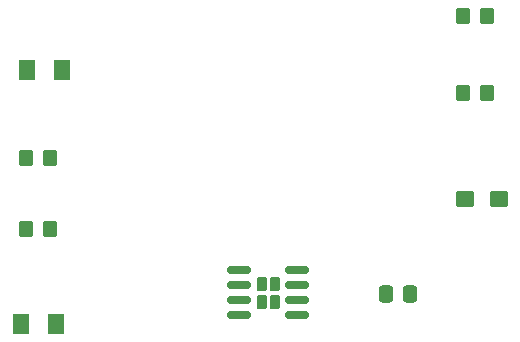
<source format=gbr>
%TF.GenerationSoftware,KiCad,Pcbnew,7.0.8*%
%TF.CreationDate,2023-10-16T22:27:31-07:00*%
%TF.ProjectId,Lab2,4c616232-2e6b-4696-9361-645f70636258,rev?*%
%TF.SameCoordinates,Original*%
%TF.FileFunction,Paste,Top*%
%TF.FilePolarity,Positive*%
%FSLAX46Y46*%
G04 Gerber Fmt 4.6, Leading zero omitted, Abs format (unit mm)*
G04 Created by KiCad (PCBNEW 7.0.8) date 2023-10-16 22:27:31*
%MOMM*%
%LPD*%
G01*
G04 APERTURE LIST*
G04 Aperture macros list*
%AMRoundRect*
0 Rectangle with rounded corners*
0 $1 Rounding radius*
0 $2 $3 $4 $5 $6 $7 $8 $9 X,Y pos of 4 corners*
0 Add a 4 corners polygon primitive as box body*
4,1,4,$2,$3,$4,$5,$6,$7,$8,$9,$2,$3,0*
0 Add four circle primitives for the rounded corners*
1,1,$1+$1,$2,$3*
1,1,$1+$1,$4,$5*
1,1,$1+$1,$6,$7*
1,1,$1+$1,$8,$9*
0 Add four rect primitives between the rounded corners*
20,1,$1+$1,$2,$3,$4,$5,0*
20,1,$1+$1,$4,$5,$6,$7,0*
20,1,$1+$1,$6,$7,$8,$9,0*
20,1,$1+$1,$8,$9,$2,$3,0*%
G04 Aperture macros list end*
%ADD10RoundRect,0.250001X-0.462499X-0.624999X0.462499X-0.624999X0.462499X0.624999X-0.462499X0.624999X0*%
%ADD11RoundRect,0.230000X-0.230000X-0.375000X0.230000X-0.375000X0.230000X0.375000X-0.230000X0.375000X0*%
%ADD12RoundRect,0.150000X-0.825000X-0.150000X0.825000X-0.150000X0.825000X0.150000X-0.825000X0.150000X0*%
%ADD13RoundRect,0.250000X-0.537500X-0.425000X0.537500X-0.425000X0.537500X0.425000X-0.537500X0.425000X0*%
%ADD14RoundRect,0.250000X-0.337500X-0.475000X0.337500X-0.475000X0.337500X0.475000X-0.337500X0.475000X0*%
%ADD15RoundRect,0.250000X-0.350000X-0.450000X0.350000X-0.450000X0.350000X0.450000X-0.350000X0.450000X0*%
G04 APERTURE END LIST*
D10*
%TO.C,D2*%
X18525000Y-51000000D03*
X21500000Y-51000000D03*
%TD*%
D11*
%TO.C,U1*%
X38905000Y-47655000D03*
X40045000Y-49155000D03*
X40045000Y-47655000D03*
X38905000Y-49155000D03*
D12*
X37000000Y-46500000D03*
X37000000Y-47770000D03*
X37000000Y-49040000D03*
X37000000Y-50310000D03*
X41950000Y-50310000D03*
X41950000Y-49040000D03*
X41950000Y-47770000D03*
X41950000Y-46500000D03*
%TD*%
D13*
%TO.C,C1*%
X59000000Y-40500000D03*
X56125000Y-40500000D03*
%TD*%
D14*
%TO.C,C2*%
X49425000Y-48500000D03*
X51500000Y-48500000D03*
%TD*%
D15*
%TO.C,R4*%
X19000000Y-43000000D03*
X21000000Y-43000000D03*
%TD*%
%TO.C,R3*%
X21000000Y-37000000D03*
X19000000Y-37000000D03*
%TD*%
D10*
%TO.C,D1*%
X19025000Y-29500000D03*
X22000000Y-29500000D03*
%TD*%
D15*
%TO.C,R2*%
X58000000Y-31500000D03*
X56000000Y-31500000D03*
%TD*%
%TO.C,R1*%
X58000000Y-25000000D03*
X56000000Y-25000000D03*
%TD*%
M02*

</source>
